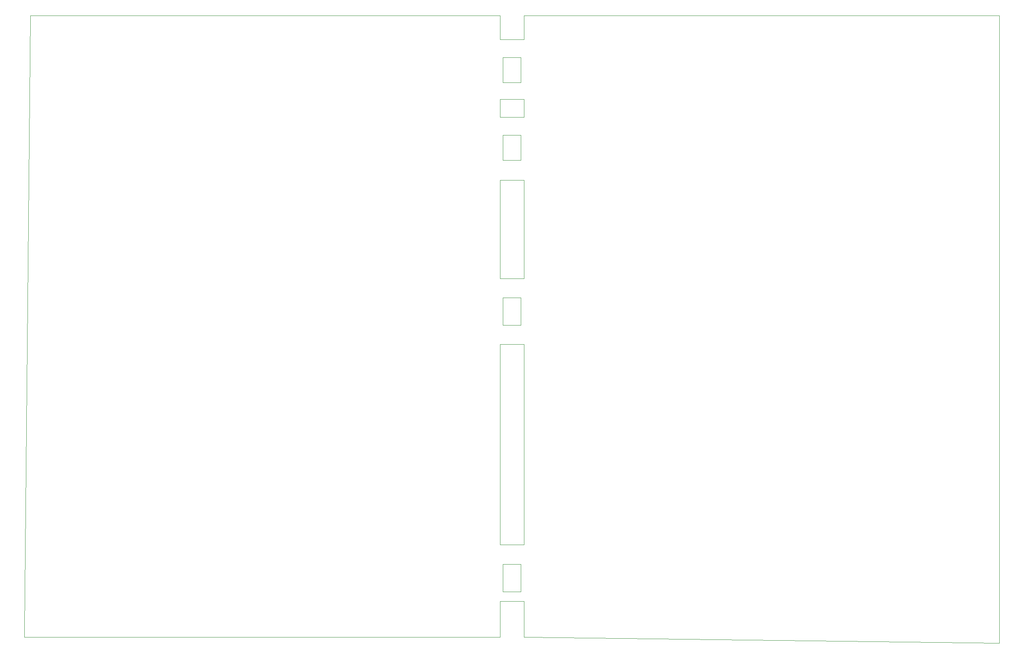
<source format=gbr>
%TF.GenerationSoftware,KiCad,Pcbnew,9.0.2*%
%TF.CreationDate,2025-10-05T12:30:13-05:00*%
%TF.ProjectId,keeb,6b656562-2e6b-4696-9361-645f70636258,rev?*%
%TF.SameCoordinates,Original*%
%TF.FileFunction,Profile,NP*%
%FSLAX46Y46*%
G04 Gerber Fmt 4.6, Leading zero omitted, Abs format (unit mm)*
G04 Created by KiCad (PCBNEW 9.0.2) date 2025-10-05 12:30:13*
%MOMM*%
%LPD*%
G01*
G04 APERTURE LIST*
%TA.AperFunction,Profile*%
%ADD10C,0.050000*%
%TD*%
G04 APERTURE END LIST*
D10*
X136525000Y-99060000D02*
X141605000Y-99060000D01*
X242570000Y-162560000D02*
X142240000Y-161290000D01*
X137160000Y-89154000D02*
X140970000Y-89154000D01*
X140970000Y-94996000D01*
X137160000Y-94996000D01*
X137160000Y-89154000D01*
X137160000Y-54610000D02*
X140970000Y-54610000D01*
X140970000Y-59944000D01*
X137160000Y-59944000D01*
X137160000Y-54610000D01*
X242570000Y-29210000D02*
X242570000Y-162560000D01*
X141605000Y-161290000D02*
X142240000Y-161290000D01*
X141605000Y-153670000D02*
X141605000Y-161290000D01*
X38100000Y-29210000D02*
X36830000Y-29210000D01*
X137160000Y-145796000D02*
X140970000Y-145796000D01*
X140970000Y-151638000D01*
X137160000Y-151638000D01*
X137160000Y-145796000D01*
X36830000Y-29210000D02*
X35560000Y-160020000D01*
X141605000Y-29210000D02*
X144780000Y-29210000D01*
X136525000Y-153670000D02*
X141605000Y-153670000D01*
X141605000Y-50800000D02*
X136525000Y-50800000D01*
X141605000Y-64135000D02*
X141605000Y-85090000D01*
X141605000Y-141605000D02*
X136525000Y-141605000D01*
X136525000Y-34290000D02*
X141605000Y-34290000D01*
X141605000Y-99060000D02*
X141605000Y-141605000D01*
X136525000Y-50800000D02*
X136525000Y-46990000D01*
X141605000Y-85090000D02*
X136525000Y-85090000D01*
X136525000Y-141605000D02*
X136525000Y-99060000D01*
X35560000Y-161290000D02*
X136525000Y-161290000D01*
X35560000Y-160020000D02*
X35560000Y-161290000D01*
X137160000Y-38100000D02*
X140970000Y-38100000D01*
X140970000Y-43434000D01*
X137160000Y-43434000D01*
X137160000Y-38100000D01*
X136525000Y-46990000D02*
X141605000Y-46990000D01*
X136525000Y-64135000D02*
X141605000Y-64135000D01*
X38100000Y-29210000D02*
X136525000Y-29210000D01*
X136525000Y-29210000D02*
X136525000Y-34290000D01*
X136525000Y-85090000D02*
X136525000Y-64135000D01*
X141605000Y-34290000D02*
X141605000Y-29210000D01*
X144780000Y-29210000D02*
X242570000Y-29210000D01*
X141605000Y-46990000D02*
X141605000Y-50800000D01*
X136525000Y-153670000D02*
X136525000Y-161290000D01*
M02*

</source>
